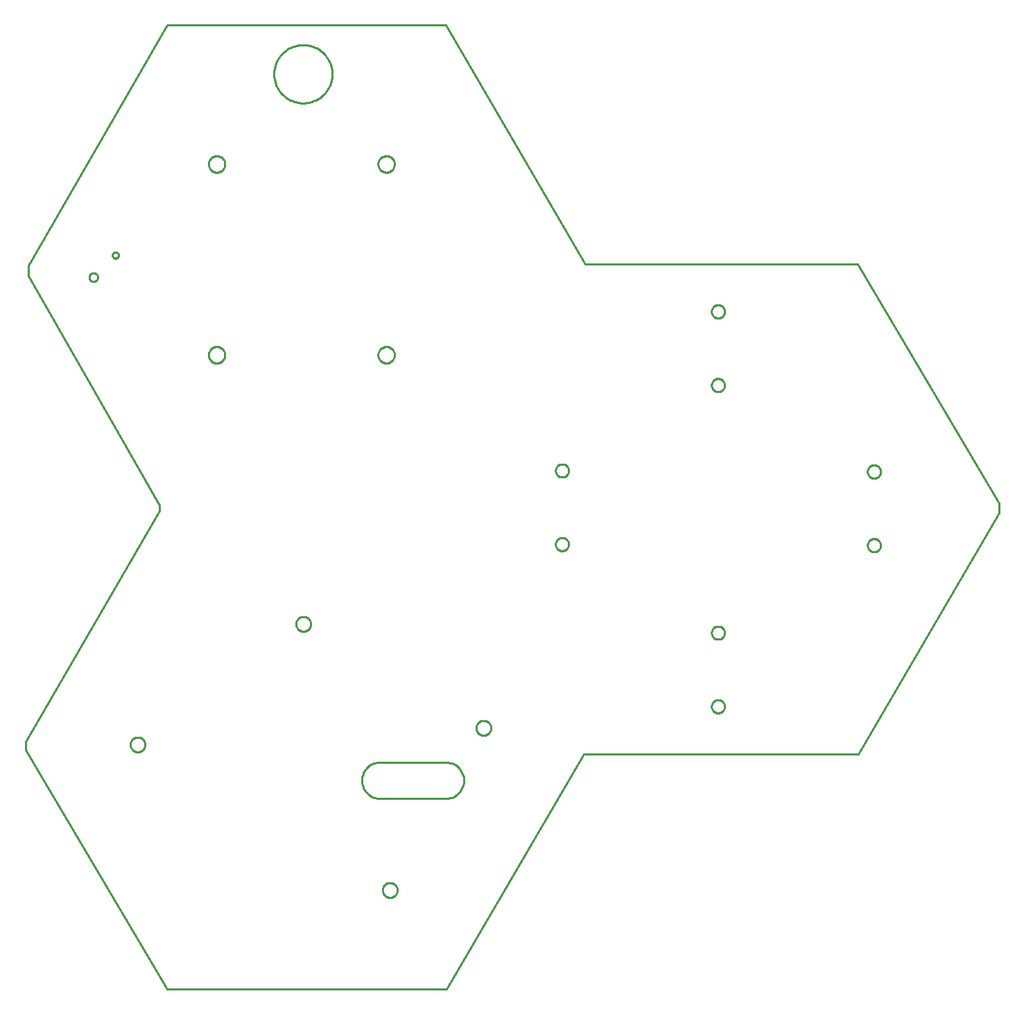
<source format=gbr>
G04 EAGLE Gerber X2 export*
%TF.Part,Single*%
%TF.FileFunction,Profile,NP*%
%TF.FilePolarity,Positive*%
%TF.GenerationSoftware,Autodesk,EAGLE,9.1.3*%
%TF.CreationDate,2018-09-06T20:15:37Z*%
G75*
%MOMM*%
%FSLAX34Y34*%
%LPD*%
%AMOC8*
5,1,8,0,0,1.08239X$1,22.5*%
G01*
%ADD10C,0.254000*%


D10*
X43180Y323850D02*
X215900Y31750D01*
X557530Y31750D01*
X725170Y318770D01*
X1060450Y318770D01*
X1231900Y613410D01*
X1231900Y624840D01*
X1059180Y916940D01*
X726440Y916940D01*
X556260Y1209040D01*
X215900Y1209040D01*
X46990Y915670D01*
X46990Y902970D01*
X207010Y622300D01*
X207010Y615950D01*
X43180Y334010D01*
X43180Y323850D01*
X476250Y264160D02*
X556260Y264160D01*
X558197Y264245D01*
X560119Y264498D01*
X562012Y264917D01*
X563861Y265500D01*
X565653Y266242D01*
X567373Y267138D01*
X569008Y268179D01*
X570546Y269360D01*
X571975Y270670D01*
X573285Y272099D01*
X574466Y273637D01*
X575507Y275273D01*
X576403Y276992D01*
X577145Y278784D01*
X577728Y280633D01*
X578147Y282526D01*
X578400Y284448D01*
X578485Y286385D01*
X578400Y288322D01*
X578147Y290244D01*
X577728Y292137D01*
X577145Y293986D01*
X576403Y295778D01*
X575507Y297498D01*
X574466Y299133D01*
X573285Y300671D01*
X571975Y302100D01*
X570546Y303410D01*
X569008Y304591D01*
X567373Y305632D01*
X565653Y306528D01*
X563861Y307270D01*
X562012Y307853D01*
X560119Y308272D01*
X558197Y308525D01*
X556260Y308610D01*
X476250Y308610D01*
X474313Y308525D01*
X472391Y308272D01*
X470498Y307853D01*
X468649Y307270D01*
X466857Y306528D01*
X465138Y305632D01*
X463502Y304591D01*
X461964Y303410D01*
X460535Y302100D01*
X459225Y300671D01*
X458044Y299133D01*
X457003Y297498D01*
X456107Y295778D01*
X455365Y293986D01*
X454782Y292137D01*
X454363Y290244D01*
X454110Y288322D01*
X454025Y286385D01*
X454110Y284448D01*
X454363Y282526D01*
X454782Y280633D01*
X455365Y278784D01*
X456107Y276992D01*
X457003Y275273D01*
X458044Y273637D01*
X459225Y272099D01*
X460535Y270670D01*
X461964Y269360D01*
X463502Y268179D01*
X465138Y267138D01*
X466857Y266242D01*
X468649Y265500D01*
X470498Y264917D01*
X472391Y264498D01*
X474313Y264245D01*
X476250Y264160D01*
X476250Y264160D02*
X556260Y264160D01*
X558197Y264245D01*
X560119Y264498D01*
X562012Y264917D01*
X563861Y265500D01*
X565653Y266242D01*
X567373Y267138D01*
X569008Y268179D01*
X570546Y269360D01*
X571975Y270670D01*
X573285Y272099D01*
X574466Y273637D01*
X575507Y275273D01*
X576403Y276992D01*
X577145Y278784D01*
X577728Y280633D01*
X578147Y282526D01*
X578400Y284448D01*
X578485Y286385D01*
X578400Y288322D01*
X578147Y290244D01*
X577728Y292137D01*
X577145Y293986D01*
X576403Y295778D01*
X575507Y297498D01*
X574466Y299133D01*
X573285Y300671D01*
X571975Y302100D01*
X570546Y303410D01*
X569008Y304591D01*
X567373Y305632D01*
X565653Y306528D01*
X563861Y307270D01*
X562012Y307853D01*
X560119Y308272D01*
X558197Y308525D01*
X556260Y308610D01*
X476250Y308610D01*
X474313Y308525D01*
X472391Y308272D01*
X470498Y307853D01*
X468649Y307270D01*
X466857Y306528D01*
X465138Y305632D01*
X463502Y304591D01*
X461964Y303410D01*
X460535Y302100D01*
X459225Y300671D01*
X458044Y299133D01*
X457003Y297498D01*
X456107Y295778D01*
X455365Y293986D01*
X454782Y292137D01*
X454363Y290244D01*
X454110Y288322D01*
X454025Y286385D01*
X454110Y284448D01*
X454363Y282526D01*
X454782Y280633D01*
X455365Y278784D01*
X456107Y276992D01*
X457003Y275273D01*
X458044Y273637D01*
X459225Y272099D01*
X460535Y270670D01*
X461964Y269360D01*
X463502Y268179D01*
X465138Y267138D01*
X466857Y266242D01*
X468649Y265500D01*
X470498Y264917D01*
X472391Y264498D01*
X474313Y264245D01*
X476250Y264160D01*
X417830Y1148528D02*
X417830Y1150172D01*
X417754Y1151813D01*
X417603Y1153449D01*
X417376Y1155077D01*
X417074Y1156692D01*
X416697Y1158291D01*
X416248Y1159872D01*
X415726Y1161430D01*
X415132Y1162962D01*
X414468Y1164465D01*
X413736Y1165936D01*
X412936Y1167371D01*
X412071Y1168768D01*
X411143Y1170124D01*
X410152Y1171435D01*
X409103Y1172699D01*
X407996Y1173914D01*
X406834Y1175076D01*
X405619Y1176183D01*
X404355Y1177232D01*
X403044Y1178223D01*
X401688Y1179151D01*
X400291Y1180016D01*
X398856Y1180816D01*
X397385Y1181548D01*
X395882Y1182212D01*
X394350Y1182806D01*
X392792Y1183328D01*
X391211Y1183777D01*
X389612Y1184154D01*
X387997Y1184456D01*
X386369Y1184683D01*
X384733Y1184834D01*
X383092Y1184910D01*
X381448Y1184910D01*
X379807Y1184834D01*
X378171Y1184683D01*
X376543Y1184456D01*
X374928Y1184154D01*
X373329Y1183777D01*
X371748Y1183328D01*
X370190Y1182806D01*
X368658Y1182212D01*
X367155Y1181548D01*
X365684Y1180816D01*
X364249Y1180016D01*
X362852Y1179151D01*
X361496Y1178223D01*
X360185Y1177232D01*
X358921Y1176183D01*
X357706Y1175076D01*
X356544Y1173914D01*
X355437Y1172699D01*
X354388Y1171435D01*
X353397Y1170124D01*
X352469Y1168768D01*
X351604Y1167371D01*
X350804Y1165936D01*
X350072Y1164465D01*
X349408Y1162962D01*
X348815Y1161430D01*
X348292Y1159872D01*
X347843Y1158291D01*
X347466Y1156692D01*
X347165Y1155077D01*
X346938Y1153449D01*
X346786Y1151813D01*
X346710Y1150172D01*
X346710Y1148528D01*
X346786Y1146887D01*
X346938Y1145251D01*
X347165Y1143623D01*
X347466Y1142008D01*
X347843Y1140409D01*
X348292Y1138828D01*
X348815Y1137270D01*
X349408Y1135738D01*
X350072Y1134235D01*
X350804Y1132764D01*
X351604Y1131329D01*
X352469Y1129932D01*
X353397Y1128576D01*
X354388Y1127265D01*
X355437Y1126001D01*
X356544Y1124786D01*
X357706Y1123624D01*
X358921Y1122517D01*
X360185Y1121468D01*
X361496Y1120477D01*
X362852Y1119549D01*
X364249Y1118684D01*
X365684Y1117884D01*
X367155Y1117152D01*
X368658Y1116488D01*
X370190Y1115895D01*
X371748Y1115372D01*
X373329Y1114923D01*
X374928Y1114546D01*
X376543Y1114245D01*
X378171Y1114018D01*
X379807Y1113866D01*
X381448Y1113790D01*
X383092Y1113790D01*
X384733Y1113866D01*
X386369Y1114018D01*
X387997Y1114245D01*
X389612Y1114546D01*
X391211Y1114923D01*
X392792Y1115372D01*
X394350Y1115895D01*
X395882Y1116488D01*
X397385Y1117152D01*
X398856Y1117884D01*
X400291Y1118684D01*
X401688Y1119549D01*
X403044Y1120477D01*
X404355Y1121468D01*
X405619Y1122517D01*
X406834Y1123624D01*
X407996Y1124786D01*
X409103Y1126001D01*
X410152Y1127265D01*
X411143Y1128576D01*
X412071Y1129932D01*
X412936Y1131329D01*
X413736Y1132764D01*
X414468Y1134235D01*
X415132Y1135738D01*
X415726Y1137270D01*
X416248Y1138828D01*
X416697Y1140409D01*
X417074Y1142008D01*
X417376Y1143623D01*
X417603Y1145251D01*
X417754Y1146887D01*
X417830Y1148528D01*
X897000Y858677D02*
X896923Y857895D01*
X896770Y857124D01*
X896541Y856372D01*
X896241Y855645D01*
X895870Y854952D01*
X895433Y854299D01*
X894935Y853691D01*
X894379Y853135D01*
X893771Y852637D01*
X893118Y852200D01*
X892425Y851829D01*
X891698Y851529D01*
X890946Y851300D01*
X890175Y851147D01*
X889393Y851070D01*
X888607Y851070D01*
X887825Y851147D01*
X887054Y851300D01*
X886302Y851529D01*
X885575Y851829D01*
X884882Y852200D01*
X884229Y852637D01*
X883621Y853135D01*
X883065Y853691D01*
X882567Y854299D01*
X882130Y854952D01*
X881759Y855645D01*
X881459Y856372D01*
X881230Y857124D01*
X881077Y857895D01*
X881000Y858677D01*
X881000Y859463D01*
X881077Y860245D01*
X881230Y861016D01*
X881459Y861768D01*
X881759Y862495D01*
X882130Y863188D01*
X882567Y863841D01*
X883065Y864449D01*
X883621Y865005D01*
X884229Y865503D01*
X884882Y865940D01*
X885575Y866311D01*
X886302Y866611D01*
X887054Y866840D01*
X887825Y866993D01*
X888607Y867070D01*
X889393Y867070D01*
X890175Y866993D01*
X890946Y866840D01*
X891698Y866611D01*
X892425Y866311D01*
X893118Y865940D01*
X893771Y865503D01*
X894379Y865005D01*
X894935Y864449D01*
X895433Y863841D01*
X895870Y863188D01*
X896241Y862495D01*
X896541Y861768D01*
X896770Y861016D01*
X896923Y860245D01*
X897000Y859463D01*
X897000Y858677D01*
X897000Y768677D02*
X896923Y767895D01*
X896770Y767124D01*
X896541Y766372D01*
X896241Y765645D01*
X895870Y764952D01*
X895433Y764299D01*
X894935Y763691D01*
X894379Y763135D01*
X893771Y762637D01*
X893118Y762200D01*
X892425Y761829D01*
X891698Y761529D01*
X890946Y761300D01*
X890175Y761147D01*
X889393Y761070D01*
X888607Y761070D01*
X887825Y761147D01*
X887054Y761300D01*
X886302Y761529D01*
X885575Y761829D01*
X884882Y762200D01*
X884229Y762637D01*
X883621Y763135D01*
X883065Y763691D01*
X882567Y764299D01*
X882130Y764952D01*
X881759Y765645D01*
X881459Y766372D01*
X881230Y767124D01*
X881077Y767895D01*
X881000Y768677D01*
X881000Y769463D01*
X881077Y770245D01*
X881230Y771016D01*
X881459Y771768D01*
X881759Y772495D01*
X882130Y773188D01*
X882567Y773841D01*
X883065Y774449D01*
X883621Y775005D01*
X884229Y775503D01*
X884882Y775940D01*
X885575Y776311D01*
X886302Y776611D01*
X887054Y776840D01*
X887825Y776993D01*
X888607Y777070D01*
X889393Y777070D01*
X890175Y776993D01*
X890946Y776840D01*
X891698Y776611D01*
X892425Y776311D01*
X893118Y775940D01*
X893771Y775503D01*
X894379Y775005D01*
X894935Y774449D01*
X895433Y773841D01*
X895870Y773188D01*
X896241Y772495D01*
X896541Y771768D01*
X896770Y771016D01*
X896923Y770245D01*
X897000Y769463D01*
X897000Y768677D01*
X1087500Y663097D02*
X1087423Y662315D01*
X1087270Y661544D01*
X1087041Y660792D01*
X1086741Y660065D01*
X1086370Y659372D01*
X1085933Y658719D01*
X1085435Y658111D01*
X1084879Y657555D01*
X1084271Y657057D01*
X1083618Y656620D01*
X1082925Y656249D01*
X1082198Y655949D01*
X1081446Y655720D01*
X1080675Y655567D01*
X1079893Y655490D01*
X1079107Y655490D01*
X1078325Y655567D01*
X1077554Y655720D01*
X1076802Y655949D01*
X1076075Y656249D01*
X1075382Y656620D01*
X1074729Y657057D01*
X1074121Y657555D01*
X1073565Y658111D01*
X1073067Y658719D01*
X1072630Y659372D01*
X1072259Y660065D01*
X1071959Y660792D01*
X1071730Y661544D01*
X1071577Y662315D01*
X1071500Y663097D01*
X1071500Y663883D01*
X1071577Y664665D01*
X1071730Y665436D01*
X1071959Y666188D01*
X1072259Y666915D01*
X1072630Y667608D01*
X1073067Y668261D01*
X1073565Y668869D01*
X1074121Y669425D01*
X1074729Y669923D01*
X1075382Y670360D01*
X1076075Y670731D01*
X1076802Y671031D01*
X1077554Y671260D01*
X1078325Y671413D01*
X1079107Y671490D01*
X1079893Y671490D01*
X1080675Y671413D01*
X1081446Y671260D01*
X1082198Y671031D01*
X1082925Y670731D01*
X1083618Y670360D01*
X1084271Y669923D01*
X1084879Y669425D01*
X1085435Y668869D01*
X1085933Y668261D01*
X1086370Y667608D01*
X1086741Y666915D01*
X1087041Y666188D01*
X1087270Y665436D01*
X1087423Y664665D01*
X1087500Y663883D01*
X1087500Y663097D01*
X1087500Y573097D02*
X1087423Y572315D01*
X1087270Y571544D01*
X1087041Y570792D01*
X1086741Y570065D01*
X1086370Y569372D01*
X1085933Y568719D01*
X1085435Y568111D01*
X1084879Y567555D01*
X1084271Y567057D01*
X1083618Y566620D01*
X1082925Y566249D01*
X1082198Y565949D01*
X1081446Y565720D01*
X1080675Y565567D01*
X1079893Y565490D01*
X1079107Y565490D01*
X1078325Y565567D01*
X1077554Y565720D01*
X1076802Y565949D01*
X1076075Y566249D01*
X1075382Y566620D01*
X1074729Y567057D01*
X1074121Y567555D01*
X1073565Y568111D01*
X1073067Y568719D01*
X1072630Y569372D01*
X1072259Y570065D01*
X1071959Y570792D01*
X1071730Y571544D01*
X1071577Y572315D01*
X1071500Y573097D01*
X1071500Y573883D01*
X1071577Y574665D01*
X1071730Y575436D01*
X1071959Y576188D01*
X1072259Y576915D01*
X1072630Y577608D01*
X1073067Y578261D01*
X1073565Y578869D01*
X1074121Y579425D01*
X1074729Y579923D01*
X1075382Y580360D01*
X1076075Y580731D01*
X1076802Y581031D01*
X1077554Y581260D01*
X1078325Y581413D01*
X1079107Y581490D01*
X1079893Y581490D01*
X1080675Y581413D01*
X1081446Y581260D01*
X1082198Y581031D01*
X1082925Y580731D01*
X1083618Y580360D01*
X1084271Y579923D01*
X1084879Y579425D01*
X1085435Y578869D01*
X1085933Y578261D01*
X1086370Y577608D01*
X1086741Y576915D01*
X1087041Y576188D01*
X1087270Y575436D01*
X1087423Y574665D01*
X1087500Y573883D01*
X1087500Y573097D01*
X155613Y925010D02*
X155223Y924710D01*
X154797Y924465D01*
X154343Y924276D01*
X153868Y924149D01*
X153381Y924085D01*
X152889Y924085D01*
X152402Y924149D01*
X151927Y924276D01*
X151473Y924465D01*
X151047Y924710D01*
X150657Y925010D01*
X150310Y925357D01*
X150010Y925747D01*
X149765Y926173D01*
X149576Y926627D01*
X149449Y927102D01*
X149385Y927589D01*
X149385Y928081D01*
X149449Y928568D01*
X149576Y929043D01*
X149765Y929497D01*
X150010Y929923D01*
X150310Y930313D01*
X150657Y930660D01*
X151047Y930960D01*
X151473Y931206D01*
X151927Y931394D01*
X152402Y931521D01*
X152889Y931585D01*
X153381Y931585D01*
X153868Y931521D01*
X154343Y931394D01*
X154797Y931206D01*
X155223Y930960D01*
X155613Y930660D01*
X155960Y930313D01*
X156260Y929923D01*
X156506Y929497D01*
X156694Y929043D01*
X156821Y928568D01*
X156885Y928081D01*
X156885Y927589D01*
X156821Y927102D01*
X156694Y926627D01*
X156506Y926173D01*
X156260Y925747D01*
X155960Y925357D01*
X155613Y925010D01*
X129769Y897044D02*
X129308Y896677D01*
X128808Y896363D01*
X128277Y896107D01*
X127721Y895912D01*
X127146Y895781D01*
X126560Y895715D01*
X125970Y895715D01*
X125384Y895781D01*
X124809Y895912D01*
X124253Y896107D01*
X123721Y896363D01*
X123222Y896677D01*
X122761Y897044D01*
X122344Y897461D01*
X121977Y897922D01*
X121663Y898421D01*
X121407Y898953D01*
X121212Y899509D01*
X121081Y900084D01*
X121015Y900670D01*
X121015Y901260D01*
X121081Y901846D01*
X121212Y902421D01*
X121407Y902977D01*
X121663Y903508D01*
X121977Y904008D01*
X122344Y904469D01*
X122761Y904886D01*
X123222Y905253D01*
X123721Y905567D01*
X124253Y905823D01*
X124809Y906018D01*
X125384Y906149D01*
X125970Y906215D01*
X126560Y906215D01*
X127146Y906149D01*
X127721Y906018D01*
X128277Y905823D01*
X128808Y905567D01*
X129308Y905253D01*
X129769Y904886D01*
X130186Y904469D01*
X130553Y904008D01*
X130867Y903508D01*
X131123Y902977D01*
X131318Y902421D01*
X131449Y901846D01*
X131515Y901260D01*
X131515Y900670D01*
X131449Y900084D01*
X131318Y899509D01*
X131123Y898953D01*
X130867Y898421D01*
X130553Y897922D01*
X130186Y897461D01*
X129769Y897044D01*
X706500Y664367D02*
X706423Y663585D01*
X706270Y662814D01*
X706041Y662062D01*
X705741Y661335D01*
X705370Y660642D01*
X704933Y659989D01*
X704435Y659381D01*
X703879Y658825D01*
X703271Y658327D01*
X702618Y657890D01*
X701925Y657519D01*
X701198Y657219D01*
X700446Y656990D01*
X699675Y656837D01*
X698893Y656760D01*
X698107Y656760D01*
X697325Y656837D01*
X696554Y656990D01*
X695802Y657219D01*
X695075Y657519D01*
X694382Y657890D01*
X693729Y658327D01*
X693121Y658825D01*
X692565Y659381D01*
X692067Y659989D01*
X691630Y660642D01*
X691259Y661335D01*
X690959Y662062D01*
X690730Y662814D01*
X690577Y663585D01*
X690500Y664367D01*
X690500Y665153D01*
X690577Y665935D01*
X690730Y666706D01*
X690959Y667458D01*
X691259Y668185D01*
X691630Y668878D01*
X692067Y669531D01*
X692565Y670139D01*
X693121Y670695D01*
X693729Y671193D01*
X694382Y671630D01*
X695075Y672001D01*
X695802Y672301D01*
X696554Y672530D01*
X697325Y672683D01*
X698107Y672760D01*
X698893Y672760D01*
X699675Y672683D01*
X700446Y672530D01*
X701198Y672301D01*
X701925Y672001D01*
X702618Y671630D01*
X703271Y671193D01*
X703879Y670695D01*
X704435Y670139D01*
X704933Y669531D01*
X705370Y668878D01*
X705741Y668185D01*
X706041Y667458D01*
X706270Y666706D01*
X706423Y665935D01*
X706500Y665153D01*
X706500Y664367D01*
X706500Y574367D02*
X706423Y573585D01*
X706270Y572814D01*
X706041Y572062D01*
X705741Y571335D01*
X705370Y570642D01*
X704933Y569989D01*
X704435Y569381D01*
X703879Y568825D01*
X703271Y568327D01*
X702618Y567890D01*
X701925Y567519D01*
X701198Y567219D01*
X700446Y566990D01*
X699675Y566837D01*
X698893Y566760D01*
X698107Y566760D01*
X697325Y566837D01*
X696554Y566990D01*
X695802Y567219D01*
X695075Y567519D01*
X694382Y567890D01*
X693729Y568327D01*
X693121Y568825D01*
X692565Y569381D01*
X692067Y569989D01*
X691630Y570642D01*
X691259Y571335D01*
X690959Y572062D01*
X690730Y572814D01*
X690577Y573585D01*
X690500Y574367D01*
X690500Y575153D01*
X690577Y575935D01*
X690730Y576706D01*
X690959Y577458D01*
X691259Y578185D01*
X691630Y578878D01*
X692067Y579531D01*
X692565Y580139D01*
X693121Y580695D01*
X693729Y581193D01*
X694382Y581630D01*
X695075Y582001D01*
X695802Y582301D01*
X696554Y582530D01*
X697325Y582683D01*
X698107Y582760D01*
X698893Y582760D01*
X699675Y582683D01*
X700446Y582530D01*
X701198Y582301D01*
X701925Y582001D01*
X702618Y581630D01*
X703271Y581193D01*
X703879Y580695D01*
X704435Y580139D01*
X704933Y579531D01*
X705370Y578878D01*
X705741Y578185D01*
X706041Y577458D01*
X706270Y576706D01*
X706423Y575935D01*
X706500Y575153D01*
X706500Y574367D01*
X286840Y805693D02*
X286764Y804824D01*
X286612Y803964D01*
X286386Y803120D01*
X286088Y802300D01*
X285719Y801508D01*
X285282Y800752D01*
X284781Y800037D01*
X284220Y799368D01*
X283602Y798750D01*
X282933Y798189D01*
X282218Y797688D01*
X281462Y797251D01*
X280670Y796882D01*
X279850Y796584D01*
X279006Y796358D01*
X278147Y796206D01*
X277277Y796130D01*
X276403Y796130D01*
X275534Y796206D01*
X274674Y796358D01*
X273830Y796584D01*
X273010Y796882D01*
X272218Y797251D01*
X271462Y797688D01*
X270747Y798189D01*
X270078Y798750D01*
X269460Y799368D01*
X268899Y800037D01*
X268398Y800752D01*
X267961Y801508D01*
X267592Y802300D01*
X267294Y803120D01*
X267068Y803964D01*
X266916Y804824D01*
X266840Y805693D01*
X266840Y806567D01*
X266916Y807437D01*
X267068Y808296D01*
X267294Y809140D01*
X267592Y809960D01*
X267961Y810752D01*
X268398Y811508D01*
X268899Y812223D01*
X269460Y812892D01*
X270078Y813510D01*
X270747Y814071D01*
X271462Y814572D01*
X272218Y815009D01*
X273010Y815378D01*
X273830Y815676D01*
X274674Y815902D01*
X275534Y816054D01*
X276403Y816130D01*
X277277Y816130D01*
X278147Y816054D01*
X279006Y815902D01*
X279850Y815676D01*
X280670Y815378D01*
X281462Y815009D01*
X282218Y814572D01*
X282933Y814071D01*
X283602Y813510D01*
X284220Y812892D01*
X284781Y812223D01*
X285282Y811508D01*
X285719Y810752D01*
X286088Y809960D01*
X286386Y809140D01*
X286612Y808296D01*
X286764Y807437D01*
X286840Y806567D01*
X286840Y805693D01*
X493840Y805693D02*
X493764Y804824D01*
X493612Y803964D01*
X493386Y803120D01*
X493088Y802300D01*
X492719Y801508D01*
X492282Y800752D01*
X491781Y800037D01*
X491220Y799368D01*
X490602Y798750D01*
X489933Y798189D01*
X489218Y797688D01*
X488462Y797251D01*
X487670Y796882D01*
X486850Y796584D01*
X486006Y796358D01*
X485147Y796206D01*
X484277Y796130D01*
X483403Y796130D01*
X482534Y796206D01*
X481674Y796358D01*
X480830Y796584D01*
X480010Y796882D01*
X479218Y797251D01*
X478462Y797688D01*
X477747Y798189D01*
X477078Y798750D01*
X476460Y799368D01*
X475899Y800037D01*
X475398Y800752D01*
X474961Y801508D01*
X474592Y802300D01*
X474294Y803120D01*
X474068Y803964D01*
X473916Y804824D01*
X473840Y805693D01*
X473840Y806567D01*
X473916Y807437D01*
X474068Y808296D01*
X474294Y809140D01*
X474592Y809960D01*
X474961Y810752D01*
X475398Y811508D01*
X475899Y812223D01*
X476460Y812892D01*
X477078Y813510D01*
X477747Y814071D01*
X478462Y814572D01*
X479218Y815009D01*
X480010Y815378D01*
X480830Y815676D01*
X481674Y815902D01*
X482534Y816054D01*
X483403Y816130D01*
X484277Y816130D01*
X485147Y816054D01*
X486006Y815902D01*
X486850Y815676D01*
X487670Y815378D01*
X488462Y815009D01*
X489218Y814572D01*
X489933Y814071D01*
X490602Y813510D01*
X491220Y812892D01*
X491781Y812223D01*
X492282Y811508D01*
X492719Y810752D01*
X493088Y809960D01*
X493386Y809140D01*
X493612Y808296D01*
X493764Y807437D01*
X493840Y806567D01*
X493840Y805693D01*
X493840Y1038693D02*
X493764Y1037824D01*
X493612Y1036964D01*
X493386Y1036120D01*
X493088Y1035300D01*
X492719Y1034508D01*
X492282Y1033752D01*
X491781Y1033037D01*
X491220Y1032368D01*
X490602Y1031750D01*
X489933Y1031189D01*
X489218Y1030688D01*
X488462Y1030251D01*
X487670Y1029882D01*
X486850Y1029584D01*
X486006Y1029358D01*
X485147Y1029206D01*
X484277Y1029130D01*
X483403Y1029130D01*
X482534Y1029206D01*
X481674Y1029358D01*
X480830Y1029584D01*
X480010Y1029882D01*
X479218Y1030251D01*
X478462Y1030688D01*
X477747Y1031189D01*
X477078Y1031750D01*
X476460Y1032368D01*
X475899Y1033037D01*
X475398Y1033752D01*
X474961Y1034508D01*
X474592Y1035300D01*
X474294Y1036120D01*
X474068Y1036964D01*
X473916Y1037824D01*
X473840Y1038693D01*
X473840Y1039567D01*
X473916Y1040437D01*
X474068Y1041296D01*
X474294Y1042140D01*
X474592Y1042960D01*
X474961Y1043752D01*
X475398Y1044508D01*
X475899Y1045223D01*
X476460Y1045892D01*
X477078Y1046510D01*
X477747Y1047071D01*
X478462Y1047572D01*
X479218Y1048009D01*
X480010Y1048378D01*
X480830Y1048676D01*
X481674Y1048902D01*
X482534Y1049054D01*
X483403Y1049130D01*
X484277Y1049130D01*
X485147Y1049054D01*
X486006Y1048902D01*
X486850Y1048676D01*
X487670Y1048378D01*
X488462Y1048009D01*
X489218Y1047572D01*
X489933Y1047071D01*
X490602Y1046510D01*
X491220Y1045892D01*
X491781Y1045223D01*
X492282Y1044508D01*
X492719Y1043752D01*
X493088Y1042960D01*
X493386Y1042140D01*
X493612Y1041296D01*
X493764Y1040437D01*
X493840Y1039567D01*
X493840Y1038693D01*
X286840Y1038693D02*
X286764Y1037824D01*
X286612Y1036964D01*
X286386Y1036120D01*
X286088Y1035300D01*
X285719Y1034508D01*
X285282Y1033752D01*
X284781Y1033037D01*
X284220Y1032368D01*
X283602Y1031750D01*
X282933Y1031189D01*
X282218Y1030688D01*
X281462Y1030251D01*
X280670Y1029882D01*
X279850Y1029584D01*
X279006Y1029358D01*
X278147Y1029206D01*
X277277Y1029130D01*
X276403Y1029130D01*
X275534Y1029206D01*
X274674Y1029358D01*
X273830Y1029584D01*
X273010Y1029882D01*
X272218Y1030251D01*
X271462Y1030688D01*
X270747Y1031189D01*
X270078Y1031750D01*
X269460Y1032368D01*
X268899Y1033037D01*
X268398Y1033752D01*
X267961Y1034508D01*
X267592Y1035300D01*
X267294Y1036120D01*
X267068Y1036964D01*
X266916Y1037824D01*
X266840Y1038693D01*
X266840Y1039567D01*
X266916Y1040437D01*
X267068Y1041296D01*
X267294Y1042140D01*
X267592Y1042960D01*
X267961Y1043752D01*
X268398Y1044508D01*
X268899Y1045223D01*
X269460Y1045892D01*
X270078Y1046510D01*
X270747Y1047071D01*
X271462Y1047572D01*
X272218Y1048009D01*
X273010Y1048378D01*
X273830Y1048676D01*
X274674Y1048902D01*
X275534Y1049054D01*
X276403Y1049130D01*
X277277Y1049130D01*
X278147Y1049054D01*
X279006Y1048902D01*
X279850Y1048676D01*
X280670Y1048378D01*
X281462Y1048009D01*
X282218Y1047572D01*
X282933Y1047071D01*
X283602Y1046510D01*
X284220Y1045892D01*
X284781Y1045223D01*
X285282Y1044508D01*
X285719Y1043752D01*
X286088Y1042960D01*
X286386Y1042140D01*
X286612Y1041296D01*
X286764Y1040437D01*
X286840Y1039567D01*
X286840Y1038693D01*
X897000Y466247D02*
X896923Y465465D01*
X896770Y464694D01*
X896541Y463942D01*
X896241Y463215D01*
X895870Y462522D01*
X895433Y461869D01*
X894935Y461261D01*
X894379Y460705D01*
X893771Y460207D01*
X893118Y459770D01*
X892425Y459399D01*
X891698Y459099D01*
X890946Y458870D01*
X890175Y458717D01*
X889393Y458640D01*
X888607Y458640D01*
X887825Y458717D01*
X887054Y458870D01*
X886302Y459099D01*
X885575Y459399D01*
X884882Y459770D01*
X884229Y460207D01*
X883621Y460705D01*
X883065Y461261D01*
X882567Y461869D01*
X882130Y462522D01*
X881759Y463215D01*
X881459Y463942D01*
X881230Y464694D01*
X881077Y465465D01*
X881000Y466247D01*
X881000Y467033D01*
X881077Y467815D01*
X881230Y468586D01*
X881459Y469338D01*
X881759Y470065D01*
X882130Y470758D01*
X882567Y471411D01*
X883065Y472019D01*
X883621Y472575D01*
X884229Y473073D01*
X884882Y473510D01*
X885575Y473881D01*
X886302Y474181D01*
X887054Y474410D01*
X887825Y474563D01*
X888607Y474640D01*
X889393Y474640D01*
X890175Y474563D01*
X890946Y474410D01*
X891698Y474181D01*
X892425Y473881D01*
X893118Y473510D01*
X893771Y473073D01*
X894379Y472575D01*
X894935Y472019D01*
X895433Y471411D01*
X895870Y470758D01*
X896241Y470065D01*
X896541Y469338D01*
X896770Y468586D01*
X896923Y467815D01*
X897000Y467033D01*
X897000Y466247D01*
X897000Y376247D02*
X896923Y375465D01*
X896770Y374694D01*
X896541Y373942D01*
X896241Y373215D01*
X895870Y372522D01*
X895433Y371869D01*
X894935Y371261D01*
X894379Y370705D01*
X893771Y370207D01*
X893118Y369770D01*
X892425Y369399D01*
X891698Y369099D01*
X890946Y368870D01*
X890175Y368717D01*
X889393Y368640D01*
X888607Y368640D01*
X887825Y368717D01*
X887054Y368870D01*
X886302Y369099D01*
X885575Y369399D01*
X884882Y369770D01*
X884229Y370207D01*
X883621Y370705D01*
X883065Y371261D01*
X882567Y371869D01*
X882130Y372522D01*
X881759Y373215D01*
X881459Y373942D01*
X881230Y374694D01*
X881077Y375465D01*
X881000Y376247D01*
X881000Y377033D01*
X881077Y377815D01*
X881230Y378586D01*
X881459Y379338D01*
X881759Y380065D01*
X882130Y380758D01*
X882567Y381411D01*
X883065Y382019D01*
X883621Y382575D01*
X884229Y383073D01*
X884882Y383510D01*
X885575Y383881D01*
X886302Y384181D01*
X887054Y384410D01*
X887825Y384563D01*
X888607Y384640D01*
X889393Y384640D01*
X890175Y384563D01*
X890946Y384410D01*
X891698Y384181D01*
X892425Y383881D01*
X893118Y383510D01*
X893771Y383073D01*
X894379Y382575D01*
X894935Y382019D01*
X895433Y381411D01*
X895870Y380758D01*
X896241Y380065D01*
X896541Y379338D01*
X896770Y378586D01*
X896923Y377815D01*
X897000Y377033D01*
X897000Y376247D01*
X390177Y472533D02*
X389726Y471889D01*
X389221Y471287D01*
X388665Y470732D01*
X388063Y470226D01*
X387420Y469776D01*
X386739Y469383D01*
X386027Y469051D01*
X385288Y468782D01*
X384529Y468578D01*
X383755Y468442D01*
X382972Y468373D01*
X382186Y468373D01*
X381403Y468442D01*
X380630Y468578D01*
X379870Y468782D01*
X379132Y469051D01*
X378420Y469383D01*
X377739Y469776D01*
X377095Y470226D01*
X376493Y470732D01*
X375937Y471287D01*
X375432Y471889D01*
X374982Y472533D01*
X374589Y473214D01*
X374256Y473926D01*
X373988Y474664D01*
X373784Y475424D01*
X373648Y476198D01*
X373579Y476980D01*
X373579Y477766D01*
X373648Y478549D01*
X373784Y479323D01*
X373988Y480082D01*
X374256Y480821D01*
X374589Y481533D01*
X374982Y482214D01*
X375432Y482857D01*
X375938Y483460D01*
X376493Y484015D01*
X377095Y484520D01*
X377739Y484971D01*
X378420Y485364D01*
X379132Y485696D01*
X379870Y485965D01*
X380630Y486168D01*
X381403Y486305D01*
X382186Y486373D01*
X382972Y486373D01*
X383755Y486305D01*
X384529Y486168D01*
X385288Y485965D01*
X386027Y485696D01*
X386739Y485364D01*
X387420Y484971D01*
X388063Y484520D01*
X388665Y484015D01*
X389221Y483460D01*
X389726Y482857D01*
X390177Y482214D01*
X390570Y481533D01*
X390902Y480821D01*
X391171Y480082D01*
X391374Y479323D01*
X391511Y478549D01*
X391579Y477766D01*
X391579Y476980D01*
X391511Y476198D01*
X391374Y475424D01*
X391171Y474664D01*
X390902Y473926D01*
X390570Y473214D01*
X390177Y472533D01*
X610148Y345533D02*
X609697Y344889D01*
X609192Y344287D01*
X608636Y343732D01*
X608034Y343226D01*
X607390Y342776D01*
X606709Y342383D01*
X605997Y342051D01*
X605259Y341782D01*
X604500Y341578D01*
X603726Y341442D01*
X602943Y341373D01*
X602157Y341373D01*
X601374Y341442D01*
X600600Y341578D01*
X599841Y341782D01*
X599102Y342051D01*
X598390Y342383D01*
X597709Y342776D01*
X597066Y343226D01*
X596464Y343732D01*
X595908Y344287D01*
X595403Y344889D01*
X594952Y345533D01*
X594559Y346214D01*
X594227Y346926D01*
X593958Y347664D01*
X593755Y348424D01*
X593618Y349198D01*
X593550Y349980D01*
X593550Y350766D01*
X593618Y351549D01*
X593755Y352323D01*
X593958Y353082D01*
X594227Y353821D01*
X594559Y354533D01*
X594952Y355214D01*
X595403Y355857D01*
X595908Y356460D01*
X596464Y357015D01*
X597066Y357520D01*
X597709Y357971D01*
X598390Y358364D01*
X599102Y358696D01*
X599841Y358965D01*
X600600Y359168D01*
X601374Y359305D01*
X602157Y359373D01*
X602943Y359373D01*
X603726Y359305D01*
X604500Y359168D01*
X605259Y358965D01*
X605997Y358696D01*
X606709Y358364D01*
X607390Y357971D01*
X608034Y357520D01*
X608636Y357015D01*
X609192Y356460D01*
X609697Y355857D01*
X610148Y355214D01*
X610540Y354533D01*
X610873Y353821D01*
X611141Y353082D01*
X611345Y352323D01*
X611481Y351549D01*
X611550Y350766D01*
X611550Y349980D01*
X611481Y349198D01*
X611345Y348424D01*
X611141Y347664D01*
X610873Y346926D01*
X610540Y346214D01*
X610148Y345533D01*
X187889Y325360D02*
X187438Y324716D01*
X186933Y324114D01*
X186377Y323558D01*
X185775Y323053D01*
X185131Y322602D01*
X184451Y322209D01*
X183739Y321877D01*
X183000Y321608D01*
X182241Y321405D01*
X181467Y321269D01*
X180684Y321200D01*
X179898Y321200D01*
X179115Y321268D01*
X178341Y321405D01*
X177582Y321608D01*
X176844Y321877D01*
X176131Y322209D01*
X175451Y322602D01*
X174807Y323053D01*
X174205Y323558D01*
X173649Y324114D01*
X173144Y324716D01*
X172693Y325360D01*
X172300Y326040D01*
X171968Y326753D01*
X171700Y327491D01*
X171496Y328250D01*
X171360Y329024D01*
X171291Y329807D01*
X171291Y330593D01*
X171360Y331376D01*
X171496Y332150D01*
X171700Y332909D01*
X171968Y333647D01*
X172300Y334360D01*
X172693Y335040D01*
X173144Y335684D01*
X173649Y336286D01*
X174205Y336842D01*
X174807Y337347D01*
X175451Y337798D01*
X176131Y338191D01*
X176844Y338523D01*
X177582Y338792D01*
X178341Y338995D01*
X179115Y339131D01*
X179898Y339200D01*
X180684Y339200D01*
X181467Y339132D01*
X182241Y338995D01*
X183000Y338792D01*
X183739Y338523D01*
X184451Y338191D01*
X185131Y337798D01*
X185775Y337347D01*
X186377Y336842D01*
X186933Y336286D01*
X187438Y335684D01*
X187889Y335040D01*
X188282Y334360D01*
X188614Y333647D01*
X188883Y332909D01*
X189086Y332150D01*
X189223Y331376D01*
X189291Y330593D01*
X189291Y329807D01*
X189223Y329024D01*
X189086Y328250D01*
X188883Y327491D01*
X188614Y326753D01*
X188282Y326040D01*
X187889Y325360D01*
X495848Y147560D02*
X495397Y146916D01*
X494892Y146314D01*
X494336Y145758D01*
X493734Y145253D01*
X493090Y144802D01*
X492409Y144409D01*
X491697Y144077D01*
X490959Y143808D01*
X490200Y143605D01*
X489426Y143469D01*
X488643Y143400D01*
X487857Y143400D01*
X487074Y143468D01*
X486300Y143605D01*
X485541Y143808D01*
X484802Y144077D01*
X484090Y144409D01*
X483409Y144802D01*
X482766Y145253D01*
X482164Y145758D01*
X481608Y146314D01*
X481103Y146916D01*
X480652Y147560D01*
X480259Y148240D01*
X479927Y148953D01*
X479658Y149691D01*
X479455Y150450D01*
X479318Y151224D01*
X479250Y152007D01*
X479250Y152793D01*
X479318Y153576D01*
X479455Y154350D01*
X479658Y155109D01*
X479927Y155847D01*
X480259Y156560D01*
X480652Y157240D01*
X481103Y157884D01*
X481608Y158486D01*
X482164Y159042D01*
X482766Y159547D01*
X483409Y159998D01*
X484090Y160391D01*
X484802Y160723D01*
X485541Y160992D01*
X486300Y161195D01*
X487074Y161331D01*
X487857Y161400D01*
X488643Y161400D01*
X489426Y161332D01*
X490200Y161195D01*
X490959Y160992D01*
X491697Y160723D01*
X492409Y160391D01*
X493090Y159998D01*
X493734Y159547D01*
X494336Y159042D01*
X494892Y158486D01*
X495397Y157884D01*
X495848Y157240D01*
X496240Y156560D01*
X496573Y155847D01*
X496841Y155109D01*
X497045Y154350D01*
X497181Y153576D01*
X497250Y152793D01*
X497250Y152007D01*
X497181Y151224D01*
X497045Y150450D01*
X496841Y149691D01*
X496573Y148953D01*
X496240Y148240D01*
X495848Y147560D01*
M02*

</source>
